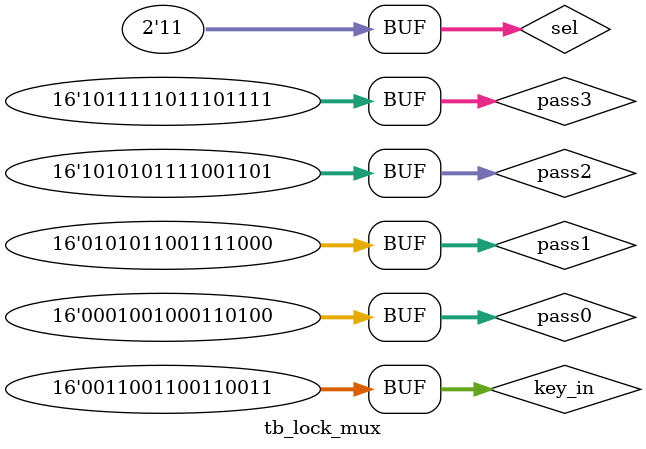
<source format=v>
`timescale 1ns/1ps
module tb_lock_mux;
    reg  [15:0] key_in;
    reg  [15:0] pass0, pass1, pass2, pass3;
    reg  [1:0]  sel;
    wire        unlock;
    wire [15:0] selected;

    PasswordLock uut (
        .key_in(key_in),
        .pass0(pass0),
        .pass1(pass1),
        .pass2(pass2),
        .pass3(pass3),
        .sel(sel),
        .unlock(unlock),
        .selected(selected)
    );

    initial begin
        // Set passwords
        pass0 = 16'h1234;
        pass1 = 16'h5678;
        pass2 = 16'habcd;
        pass3 = 16'hbeef;
        $monitor($time, "key=0x%h unlock=%b", key_in, unlock);
        end

    initial begin
        $display("Testing PasswordLock with 5ns interval...");
        // 时序输入，每隔5ns输入一组数据
        sel = 2'b00; key_in = 16'h1234; #5;
        sel = 2'b00; key_in = 16'h0000; #5;
        sel = 2'b01; key_in = 16'h5678; #5;
        sel = 2'b01; key_in = 16'h1111; #5;
        sel = 2'b10; key_in = 16'habcd; #5;
        sel = 2'b10; key_in = 16'h2222; #5;
        sel = 2'b11; key_in = 16'hbeef; #5;
        sel = 2'b11; key_in = 16'h3333; #5;
        // 保持最后一组数据一段时间
        #10;
        $display("Test complete.");
    end
endmodule

</source>
